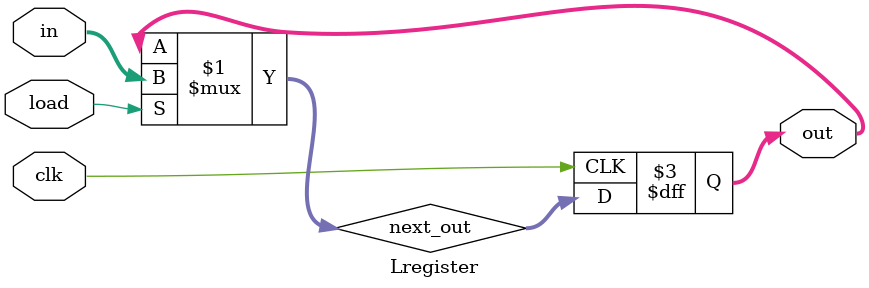
<source format=sv>
module cpu(clk,reset,read_data, write_data, mem_addr, mem_cmd, N,V,Z);
input clk, reset;
input [15:0] read_data; //new: readdata
output [15:0] write_data; //new: writedata
output[8:0] mem_addr; //new: mem_addr
output [2:0] mem_cmd; //new: mem_cmd
output N, V, Z;

wire [15:0] decoder_input;
wire load_ir;
load_register instruction_reg(.clk(clk), .load(load_ir), .in(read_data), .out(decoder_input));

//decoder i/o
wire [1:0] nsel;
wire [2:0] opcode;
wire [1:0] op;
wire [1:0] shift;
wire [1:0] ALUop;
wire [15:0] sximm5;
wire [15:0] sximm8;
wire [2:0] readnum, writenum;

instruction_decoder instr(.instruction_register(decoder_input), .nsel(nsel), .opcode(opcode), .op(op), .shift(shift),
 .ALUop(ALUop), .sximm5(sximm5), .sximm8(sximm8), .readnum(readnum), .writenum(writenum));

// FSM i/o
wire loada, loadb, loadc, loads, asel, bsel, status, write, load_pc, reset_pc, addr_sel, load_addr;// new: load_pc, reset_pc, addr_sel, load_ir, load_addr
wire [1:0] vsel; 

controller fsm(.clk(clk), .s(s), .rst(reset), .op(op), .opcode(opcode), .nsel(nsel), .asel(asel), .bsel(bsel), 
.vsel(vsel), .loada(loada), .loadb(loadb), .loadc(loadc), .loads(loads), 
.ALUop(ALUop), .status(status), .write(write), .load_pc(load_pc), .reset_pc(reset_pc),
 .addr_sel(addr_sel), .mem_cmd(mem_cmd), .load_ir(load_ir), .load_addr(load_addr));

wire [2:0] Z_out;

datapath DP(.clk(clk), .readnum(readnum), .vsel(vsel), .loada(loada), .loadb(loadb), 
.shift(shift), .asel(asel), .bsel(bsel), .ALUop(ALUop), .loadc(loadc), .loads(loads), .writenum(writenum), 
.write(write), .Z_out(Z_out), .datapath_out(write_data), .mdata(read_data), .sximm8(sximm8), .PC(8'b0), .sximm5(sximm5));

assign N = Z_out[0];
assign V = Z_out[1];
assign Z = Z_out[2];

//new section
wire [8:0] next_pc, PC, da_out;

//pc multiplexer
assign next_pc = reset_pc ? 9'b0: (PC + 9'b1);

//pc load register
Lregister pc(.clk(clk), .load(load_pc), .in(next_pc), .out(PC));

// DATA adress load register
Lregister Data_address(.clk(clk), .load(load_addr), .in(write_data[8:0]), .out(da_out));

// memory multiplexer
assign mem_addr = addr_sel ? PC: da_out;


endmodule

module Lregister(clk, load, in, out);
input clk, load;
input [8:0] in;
output reg[8:0] out;
wire [8:0] next_out;


//code from slides, multiplexer which sets next_out to in if load is 1, otherwise sets next_out to out
assign next_out = load ? in : out;

always@(posedge clk)
    out = next_out;

endmodule
</source>
